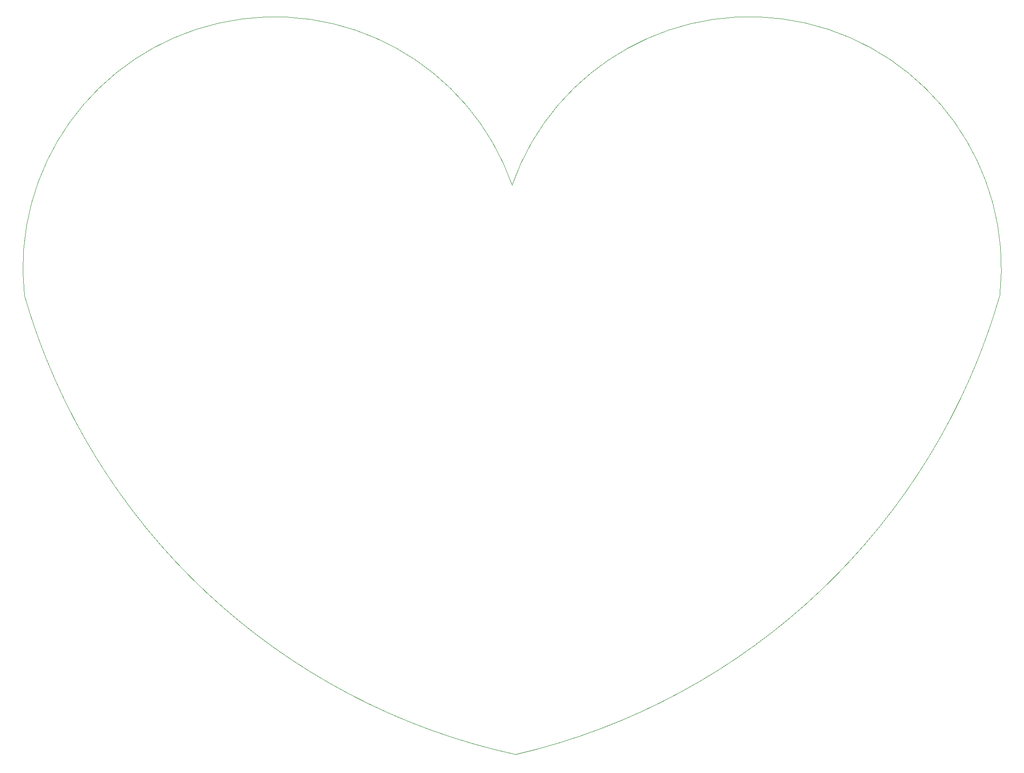
<source format=gbr>
%TF.GenerationSoftware,Altium Limited,Altium Designer,24.6.1 (21)*%
G04 Layer_Color=0*
%FSLAX45Y45*%
%MOMM*%
%TF.SameCoordinates,D6E34864-ACFE-43FA-A01B-F9739AC3D18D*%
%TF.FilePolarity,Positive*%
%TF.FileFunction,Profile,NP*%
%TF.Part,Single*%
G01*
G75*
%TA.AperFunction,Profile*%
%ADD84C,0.02540*%
D84*
X-8932157Y8353912D02*
G03*
X-790Y-790I11463346J3303310D01*
G01*
D02*
G03*
X8801963Y8355619I-2699728J11658602D01*
G01*
D02*
G03*
X-65905Y10364117I-4548597J497989D01*
G01*
X-64290Y10362410D01*
D02*
G03*
X-8932157Y8353912I-4319270J-1510509D01*
G01*
%TF.MD5,93ddceee483dcca73eda1dbc1995124f*%
M02*

</source>
